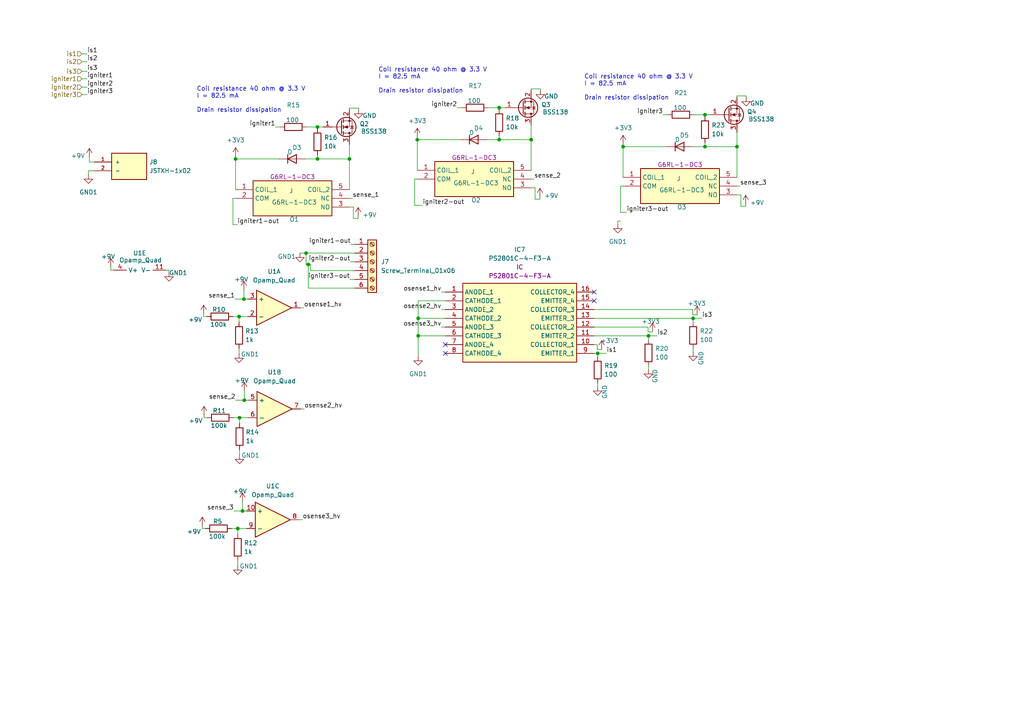
<source format=kicad_sch>
(kicad_sch (version 20211123) (generator eeschema)
  (paper "A4")
  (lib_symbols
    (symbol "Connector:Screw_Terminal_01x06" (pin_names (offset 1.016) hide)
      (property "Reference" "J" (at 0 7.62 0))
      (property "Value" "Screw_Terminal_01x06" (at 0 -10.16 0))
      (symbol "Screw_Terminal_01x06_1_1"
        (rectangle (start -1.27 6.35) (end 1.27 -8.89) (stroke (width 0.254)) (fill (type background)))
        (circle (center 0 -7.62) (radius 0.635) (stroke (width 0.1524)))
        (circle (center 0 -5.08) (radius 0.635) (stroke (width 0.1524)))
        (circle (center 0 -2.54) (radius 0.635) (stroke (width 0.1524)))
        (polyline (pts (xy -0.5334 -7.2898) (xy 0.3302 -8.128)) (stroke (width 0.1524)))
        (polyline (pts (xy -0.5334 -4.7498) (xy 0.3302 -5.588)) (stroke (width 0.1524)))
        (polyline (pts (xy -0.5334 -2.2098) (xy 0.3302 -3.048)) (stroke (width 0.1524)))
        (polyline (pts (xy -0.5334 0.3302) (xy 0.3302 -0.508)) (stroke (width 0.1524)))
        (polyline (pts (xy -0.5334 2.8702) (xy 0.3302 2.032)) (stroke (width 0.1524)))
        (polyline (pts (xy -0.5334 5.4102) (xy 0.3302 4.572)) (stroke (width 0.1524)))
        (polyline (pts (xy -0.3556 -7.112) (xy 0.508 -7.9502)) (stroke (width 0.1524)))
        (polyline (pts (xy -0.3556 -4.572) (xy 0.508 -5.4102)) (stroke (width 0.1524)))
        (polyline (pts (xy -0.3556 -2.032) (xy 0.508 -2.8702)) (stroke (width 0.1524)))
        (polyline (pts (xy -0.3556 0.508) (xy 0.508 -0.3302)) (stroke (width 0.1524)))
        (polyline (pts (xy -0.3556 3.048) (xy 0.508 2.2098)) (stroke (width 0.1524)))
        (polyline (pts (xy -0.3556 5.588) (xy 0.508 4.7498)) (stroke (width 0.1524)))
        (circle (center 0 0) (radius 0.635) (stroke (width 0.1524)))
        (circle (center 0 2.54) (radius 0.635) (stroke (width 0.1524)))
        (circle (center 0 5.08) (radius 0.635) (stroke (width 0.1524)))
        (pin passive line (at -5.08 5.08 0) (length 3.81) (name "Pin_1") (number "1"))
        (pin passive line (at -5.08 2.54 0) (length 3.81) (name "Pin_2") (number "2"))
        (pin passive line (at -5.08 0 0) (length 3.81) (name "Pin_3") (number "3"))
        (pin passive line (at -5.08 -2.54 0) (length 3.81) (name "Pin_4") (number "4"))
        (pin passive line (at -5.08 -5.08 0) (length 3.81) (name "Pin_5") (number "5"))
        (pin passive line (at -5.08 -7.62 0) (length 3.81) (name "Pin_6") (number "6"))
      )
    )
    (symbol "Device:D" (pin_numbers hide) (pin_names (offset 1.016) hide)
      (property "Reference" "D" (at 0 2.54 0))
      (property "Value" "D" (at 0 -2.54 0))
      (symbol "D_0_1"
        (polyline (pts (xy -1.27 1.27) (xy -1.27 -1.27)) (stroke (width 0.254)))
        (polyline (pts (xy 1.27 0) (xy -1.27 0)))
        (polyline (pts (xy 1.27 1.27) (xy 1.27 -1.27) (xy -1.27 0) (xy 1.27 1.27)) (stroke (width 0.254)))
      )
      (symbol "D_1_1"
        (pin passive line (at -3.81 0 0) (length 2.54) (name "K") (number "1"))
        (pin passive line (at 3.81 0 180) (length 2.54) (name "A") (number "2"))
      )
    )
    (symbol "Device:Opamp_Quad"
      (property "Reference" "U" (at 0 5.08 0))
      (property "Value" "Opamp_Quad" (at 0 -5.08 0))
      (symbol "Opamp_Quad_1_1"
        (polyline (pts (xy -5.08 5.08) (xy 5.08 0) (xy -5.08 -5.08) (xy -5.08 5.08)) (stroke (width 0.254)) (fill (type background)))
        (pin output line (at 7.62 0 180) (length 2.54) (name "~") (number "1"))
        (pin input line (at -7.62 -2.54 0) (length 2.54) (name "-") (number "2"))
        (pin input line (at -7.62 2.54 0) (length 2.54) (name "+") (number "3"))
      )
      (symbol "Opamp_Quad_2_1"
        (polyline (pts (xy -5.08 5.08) (xy 5.08 0) (xy -5.08 -5.08) (xy -5.08 5.08)) (stroke (width 0.254)) (fill (type background)))
        (pin input line (at -7.62 2.54 0) (length 2.54) (name "+") (number "5"))
        (pin input line (at -7.62 -2.54 0) (length 2.54) (name "-") (number "6"))
        (pin output line (at 7.62 0 180) (length 2.54) (name "~") (number "7"))
      )
      (symbol "Opamp_Quad_3_1"
        (polyline (pts (xy -5.08 5.08) (xy 5.08 0) (xy -5.08 -5.08) (xy -5.08 5.08)) (stroke (width 0.254)) (fill (type background)))
        (pin input line (at -7.62 2.54 0) (length 2.54) (name "+") (number "10"))
        (pin output line (at 7.62 0 180) (length 2.54) (name "~") (number "8"))
        (pin input line (at -7.62 -2.54 0) (length 2.54) (name "-") (number "9"))
      )
      (symbol "Opamp_Quad_4_1"
        (polyline (pts (xy -5.08 5.08) (xy 5.08 0) (xy -5.08 -5.08) (xy -5.08 5.08)) (stroke (width 0.254)) (fill (type background)))
        (pin input line (at -7.62 2.54 0) (length 2.54) (name "+") (number "12"))
        (pin input line (at -7.62 -2.54 0) (length 2.54) (name "-") (number "13"))
        (pin output line (at 7.62 0 180) (length 2.54) (name "~") (number "14"))
      )
      (symbol "Opamp_Quad_5_1"
        (pin power_in line (at -2.54 -7.62 90) (length 3.81) (name "V-") (number "11"))
        (pin power_in line (at -2.54 7.62 270) (length 3.81) (name "V+") (number "4"))
      )
    )
    (symbol "Device:R" (pin_numbers hide) (pin_names (offset 0))
      (property "Reference" "R" (at 2.032 0 90))
      (property "Value" "R" (at 0 0 90))
      (symbol "R_0_1"
        (rectangle (start -1.016 -2.54) (end 1.016 2.54) (stroke (width 0.254)))
      )
      (symbol "R_1_1"
        (pin passive line (at 0 3.81 270) (length 1.27) (name "~") (number "1"))
        (pin passive line (at 0 -3.81 90) (length 1.27) (name "~") (number "2"))
      )
    )
    (symbol "G6RL-1-DC3:G6RL-1-DC3"
      (property "Reference" "O1" (at 17.018 -8.636 0))
      (property "Value" "G6RL-1-DC3" (at 17.018 -3.683 0))
      (property "Reference_1" "J" (at 16.129 -0.381 0))
      (property "Value_1" "G6RL-1-DC3" (at 16.51 3.683 0))
      (symbol "G6RL-1-DC3_1_1"
        (rectangle (start 5.08 2.54) (end 27.94 -7.62) (stroke (width 0.254)) (fill (type background)))
        (pin passive line (at 0 0 0) (length 5.08) (name "COIL_1") (number "1"))
        (pin passive line (at 0 -2.54 0) (length 5.08) (name "COM") (number "2"))
        (pin passive line (at 33.02 -5.08 180) (length 5.08) (name "NO") (number "3"))
        (pin passive line (at 33.02 -2.54 180) (length 5.08) (name "NC") (number "4"))
        (pin passive line (at 33.02 0 180) (length 5.08) (name "COIL_2") (number "5"))
      )
    )
    (symbol "PS2801C-4-F3-A:PS2801C-4-F3-A"
      (property "Value" "PS2801C-4-F3-A" (at 0 0 0))
      (property "Reference_1" "IC" (at 39.37 7.62 0))
      (property "Value_1" "PS2801C-4-F3-A" (at 39.37 5.08 0))
      (symbol "PS2801C-4-F3-A_1_1"
        (rectangle (start 5.08 2.54) (end 38.1 -20.32) (stroke (width 0.254)) (fill (type background)))
        (pin passive line (at 0 0 0) (length 5.08) (name "ANODE_1") (number "1"))
        (pin passive line (at 43.18 -15.24 180) (length 5.08) (name "COLLECTOR_1") (number "10"))
        (pin passive line (at 43.18 -12.7 180) (length 5.08) (name "EMITTER_2") (number "11"))
        (pin passive line (at 43.18 -10.16 180) (length 5.08) (name "COLLECTOR_2") (number "12"))
        (pin passive line (at 43.18 -7.62 180) (length 5.08) (name "EMITTER_3") (number "13"))
        (pin passive line (at 43.18 -5.08 180) (length 5.08) (name "COLLECTOR_3") (number "14"))
        (pin passive line (at 43.18 -2.54 180) (length 5.08) (name "EMITTER_4") (number "15"))
        (pin passive line (at 43.18 0 180) (length 5.08) (name "COLLECTOR_4") (number "16"))
        (pin passive line (at 0 -2.54 0) (length 5.08) (name "CATHODE_1") (number "2"))
        (pin passive line (at 0 -5.08 0) (length 5.08) (name "ANODE_2") (number "3"))
        (pin passive line (at 0 -7.62 0) (length 5.08) (name "CATHODE_2") (number "4"))
        (pin passive line (at 0 -10.16 0) (length 5.08) (name "ANODE_3") (number "5"))
        (pin passive line (at 0 -12.7 0) (length 5.08) (name "CATHODE_3") (number "6"))
        (pin passive line (at 0 -15.24 0) (length 5.08) (name "ANODE_4") (number "7"))
        (pin passive line (at 0 -17.78 0) (length 5.08) (name "CATHODE_4") (number "8"))
        (pin passive line (at 43.18 -17.78 180) (length 5.08) (name "EMITTER_1") (number "9"))
      )
    )
    (symbol "Transistor_FET:BSS138" (pin_names hide)
      (property "Reference" "Q" (at 5.08 1.905 0))
      (property "Value" "BSS138" (at 5.08 0 0))
      (symbol "BSS138_0_1"
        (polyline (pts (xy 0.254 0) (xy -2.54 0)))
        (polyline (pts (xy 0.254 1.905) (xy 0.254 -1.905)) (stroke (width 0.254)))
        (polyline (pts (xy 0.762 -1.27) (xy 0.762 -2.286)) (stroke (width 0.254)))
        (polyline (pts (xy 0.762 0.508) (xy 0.762 -0.508)) (stroke (width 0.254)))
        (polyline (pts (xy 0.762 2.286) (xy 0.762 1.27)) (stroke (width 0.254)))
        (polyline (pts (xy 2.54 2.54) (xy 2.54 1.778)))
        (polyline (pts (xy 2.54 -2.54) (xy 2.54 0) (xy 0.762 0)))
        (polyline (pts (xy 0.762 -1.778) (xy 3.302 -1.778) (xy 3.302 1.778) (xy 0.762 1.778)))
        (polyline (pts (xy 1.016 0) (xy 2.032 0.381) (xy 2.032 -0.381) (xy 1.016 0)) (fill (type outline)))
        (polyline (pts (xy 2.794 0.508) (xy 2.921 0.381) (xy 3.683 0.381) (xy 3.81 0.254)))
        (polyline (pts (xy 3.302 0.381) (xy 2.921 -0.254) (xy 3.683 -0.254) (xy 3.302 0.381)))
        (circle (center 1.651 0) (radius 2.794) (stroke (width 0.254)))
        (circle (center 2.54 -1.778) (radius 0.254) (fill (type outline)))
        (circle (center 2.54 1.778) (radius 0.254) (fill (type outline)))
      )
      (symbol "BSS138_1_1"
        (pin input line (at -5.08 0 0) (length 2.54) (name "G") (number "1"))
        (pin passive line (at 2.54 -5.08 90) (length 2.54) (name "S") (number "2"))
        (pin passive line (at 2.54 5.08 270) (length 2.54) (name "D") (number "3"))
      )
    )
    (symbol "XT60PW-M:XT60PW-M" (pin_names (offset 1.016))
      (property "Reference" "J" (at -5.08 5.7234 0))
      (property "Value" "XT60PW-M" (at -5.08 -5.0923 0))
      (symbol "XT60PW-M_0_0"
        (rectangle (start -5.08 -2.54) (end 5.08 5.08) (stroke (width 0.254)) (fill (type background)))
        (pin passive line (at -10.16 2.54 0) (length 5.08) (name "+") (number "1"))
        (pin passive line (at -10.16 0 0) (length 5.08) (name "-") (number "2"))
      )
    )
    (symbol "power:+3V3" (power) (pin_names (offset 0))
      (property "Value" "+3V3" (at 0 3.556 0))
      (symbol "+3V3_0_1"
        (polyline (pts (xy -0.762 1.27) (xy 0 2.54)))
        (polyline (pts (xy 0 0) (xy 0 2.54)))
        (polyline (pts (xy 0 2.54) (xy 0.762 1.27)))
      )
      (symbol "+3V3_1_1"
        (pin power_in line (at 0 0 90) (length 0) hide (name "+3V3") (number "1"))
      )
    )
    (symbol "power:+9V" (power) (pin_names (offset 0))
      (property "Value" "+9V" (at 0 3.556 0))
      (symbol "+9V_0_1"
        (polyline (pts (xy -0.762 1.27) (xy 0 2.54)))
        (polyline (pts (xy 0 0) (xy 0 2.54)))
        (polyline (pts (xy 0 2.54) (xy 0.762 1.27)))
      )
      (symbol "+9V_1_1"
        (pin power_in line (at 0 0 90) (length 0) hide (name "+9V") (number "1"))
      )
    )
    (symbol "power:GND" (power) (pin_names (offset 0))
      (property "Value" "GND" (at 0 -3.81 0))
      (symbol "GND_0_1"
        (polyline (pts (xy 0 0) (xy 0 -1.27) (xy 1.27 -1.27) (xy 0 -2.54) (xy -1.27 -1.27) (xy 0 -1.27)))
      )
      (symbol "GND_1_1"
        (pin power_in line (at 0 0 270) (length 0) hide (name "GND") (number "1"))
      )
    )
    (symbol "power:GND1" (power) (pin_names (offset 0))
      (property "Value" "GND1" (at 0 -3.81 0))
      (symbol "GND1_0_1"
        (polyline (pts (xy 0 0) (xy 0 -1.27) (xy 1.27 -1.27) (xy 0 -2.54) (xy -1.27 -1.27) (xy 0 -1.27)))
      )
      (symbol "GND1_1_1"
        (pin power_in line (at 0 0 270) (length 0) hide (name "GND1") (number "1"))
      )
    )
  )
  (junction (at 144.78 40.513))
  (junction (at 101.346 46.101))
  (junction (at 68.961 153.289))
  (junction (at 173.355 102.489))
  (junction (at 69.342 91.821))
  (junction (at 92.075 36.83))
  (junction (at 70.866 116.078))
  (junction (at 69.469 121.158))
  (junction (at 180.721 42.545))
  (junction (at 121.031 40.513))
  (junction (at 188.087 97.409))
  (junction (at 204.47 33.274))
  (junction (at 204.47 42.545))
  (junction (at 70.358 148.209))
  (junction (at 88.773 73.406))
  (junction (at 201.041 92.329))
  (junction (at 68.326 46.101))
  (junction (at 70.739 86.741))
  (junction (at 92.075 46.101))
  (junction (at 154.051 40.513))
  (junction (at 121.285 92.329))
  (junction (at 144.78 31.242))
  (junction (at 213.741 42.545))
  (junction (at 121.285 97.409))
  (junction (at 89.408 76.708))
  (no_connect (at 129.159 102.489))
  (no_connect (at 172.339 87.249))
  (no_connect (at 172.339 84.709))
  (no_connect (at 129.159 99.949))
  (wire (pts (xy 101.473 81.026) (xy 102.87 81.026)))
  (wire (pts (xy 213.741 27.813) (xy 216.408 27.813)))
  (wire (pts (xy 200.914 91.313) (xy 200.914 89.789)))
  (wire (pts (xy 101.346 31.369) (xy 104.013 31.369)))
  (wire (pts (xy 144.78 31.242) (xy 146.431 31.242)))
  (wire (pts (xy 58.674 153.289) (xy 59.563 153.289)))
  (wire (pts (xy 58.674 152.527) (xy 58.674 153.289)))
  (wire (pts (xy 92.075 44.958) (xy 92.075 46.101)))
  (wire (pts (xy 102.489 63.373) (xy 103.886 63.373)))
  (wire (pts (xy 156.718 25.781) (xy 156.718 26.162)))
  (wire (pts (xy 69.469 122.809) (xy 69.469 121.158)))
  (wire (pts (xy 187.96 94.869) (xy 187.96 96.266)))
  (wire (pts (xy 180.721 41.783) (xy 180.721 42.545)))
  (wire (pts (xy 128.016 89.789) (xy 129.159 89.789)))
  (wire (pts (xy 69.342 93.472) (xy 69.342 91.821)))
  (wire (pts (xy 70.866 113.411) (xy 70.866 116.078)))
  (wire (pts (xy 89.408 76.708) (xy 88.773 76.708)))
  (wire (pts (xy 68.961 162.56) (xy 68.961 164.084)))
  (wire (pts (xy 201.041 93.472) (xy 201.041 92.329)))
  (wire (pts (xy 102.87 83.566) (xy 89.408 83.566)))
  (wire (pts (xy 214.884 56.515) (xy 214.884 59.817)))
  (wire (pts (xy 213.741 38.354) (xy 213.741 42.545)))
  (wire (pts (xy 180.721 42.545) (xy 193.294 42.545)))
  (wire (pts (xy 120.269 59.563) (xy 120.269 51.943)))
  (wire (pts (xy 101.727 70.866) (xy 102.87 70.866)))
  (wire (pts (xy 68.326 46.101) (xy 80.899 46.101)))
  (wire (pts (xy 67.564 65.151) (xy 67.564 57.531)))
  (wire (pts (xy 155.194 57.785) (xy 156.591 57.785)))
  (wire (pts (xy 68.326 116.078) (xy 70.866 116.078)))
  (wire (pts (xy 67.564 91.821) (xy 69.342 91.821)))
  (wire (pts (xy 144.78 39.37) (xy 144.78 40.513)))
  (wire (pts (xy 172.339 94.869) (xy 187.96 94.869)))
  (wire (pts (xy 23.749 22.86) (xy 25.273 22.86)))
  (wire (pts (xy 70.358 148.209) (xy 71.501 148.209)))
  (wire (pts (xy 86.741 150.749) (xy 87.757 150.749)))
  (wire (pts (xy 67.691 121.158) (xy 69.469 121.158)))
  (wire (pts (xy 179.197 65.024) (xy 179.197 64.135)))
  (wire (pts (xy 69.342 101.092) (xy 69.342 102.616)))
  (wire (pts (xy 25.908 45.593) (xy 25.908 46.99)))
  (wire (pts (xy 154.051 40.513) (xy 154.051 49.403)))
  (wire (pts (xy 48.133 78.359) (xy 49.022 78.359)))
  (wire (pts (xy 32.131 77.47) (xy 32.131 78.359)))
  (wire (pts (xy 68.199 86.741) (xy 70.739 86.741)))
  (wire (pts (xy 180.721 42.545) (xy 180.721 51.435)))
  (wire (pts (xy 67.564 65.151) (xy 68.834 65.151)))
  (wire (pts (xy 59.055 91.821) (xy 59.944 91.821)))
  (wire (pts (xy 69.342 91.821) (xy 71.882 91.821)))
  (wire (pts (xy 213.741 42.545) (xy 213.741 51.435)))
  (wire (pts (xy 154.051 51.943) (xy 154.94 51.943)))
  (wire (pts (xy 101.346 60.071) (xy 102.489 60.071)))
  (wire (pts (xy 69.469 130.429) (xy 69.469 131.953)))
  (wire (pts (xy 23.749 17.907) (xy 25.273 17.907)))
  (wire (pts (xy 214.884 59.817) (xy 216.281 59.817)))
  (wire (pts (xy 213.741 53.975) (xy 214.63 53.975)))
  (wire (pts (xy 213.741 28.194) (xy 213.741 27.813)))
  (wire (pts (xy 67.183 153.289) (xy 68.961 153.289)))
  (wire (pts (xy 179.959 61.595) (xy 179.959 53.975)))
  (wire (pts (xy 27.305 49.53) (xy 25.654 49.53)))
  (wire (pts (xy 156.591 57.15) (xy 156.591 57.785)))
  (wire (pts (xy 172.339 99.949) (xy 173.228 99.949)))
  (wire (pts (xy 204.47 41.402) (xy 204.47 42.545)))
  (wire (pts (xy 192.278 33.274) (xy 193.675 33.274)))
  (wire (pts (xy 102.489 60.071) (xy 102.489 63.373)))
  (wire (pts (xy 23.749 25.273) (xy 25.273 25.273)))
  (wire (pts (xy 68.326 45.339) (xy 68.326 46.101)))
  (wire (pts (xy 79.883 36.83) (xy 81.28 36.83)))
  (wire (pts (xy 68.961 153.289) (xy 71.501 153.289)))
  (wire (pts (xy 173.355 102.489) (xy 175.895 102.489)))
  (wire (pts (xy 204.47 42.545) (xy 213.741 42.545)))
  (wire (pts (xy 102.87 78.486) (xy 90.043 78.486)))
  (wire (pts (xy 216.281 59.182) (xy 216.281 59.817)))
  (wire (pts (xy 154.051 25.781) (xy 156.718 25.781)))
  (wire (pts (xy 59.182 120.396) (xy 59.182 121.158)))
  (wire (pts (xy 121.285 92.329) (xy 121.285 97.409)))
  (wire (pts (xy 87.249 118.618) (xy 88.265 118.618)))
  (wire (pts (xy 144.78 31.75) (xy 144.78 31.242)))
  (wire (pts (xy 92.075 37.338) (xy 92.075 36.83)))
  (wire (pts (xy 101.346 31.75) (xy 101.346 31.369)))
  (wire (pts (xy 86.995 73.406) (xy 88.773 73.406)))
  (wire (pts (xy 200.914 91.313) (xy 202.184 91.313)))
  (wire (pts (xy 70.358 145.542) (xy 70.358 148.209)))
  (wire (pts (xy 179.959 61.595) (xy 181.737 61.595)))
  (wire (pts (xy 70.866 116.078) (xy 72.009 116.078)))
  (wire (pts (xy 23.749 15.621) (xy 25.273 15.621)))
  (wire (pts (xy 132.588 31.242) (xy 133.985 31.242)))
  (wire (pts (xy 128.016 84.709) (xy 129.159 84.709)))
  (wire (pts (xy 154.051 36.322) (xy 154.051 40.513)))
  (wire (pts (xy 172.339 97.409) (xy 188.087 97.409)))
  (wire (pts (xy 172.339 92.329) (xy 201.041 92.329)))
  (wire (pts (xy 204.47 33.274) (xy 206.121 33.274)))
  (wire (pts (xy 92.075 36.83) (xy 93.726 36.83)))
  (wire (pts (xy 141.605 31.242) (xy 144.78 31.242)))
  (wire (pts (xy 201.041 101.092) (xy 201.041 102.108)))
  (wire (pts (xy 101.346 41.91) (xy 101.346 46.101)))
  (wire (pts (xy 120.269 51.943) (xy 121.031 51.943)))
  (wire (pts (xy 49.022 78.359) (xy 49.022 78.994)))
  (wire (pts (xy 121.285 92.329) (xy 129.159 92.329)))
  (wire (pts (xy 69.469 121.158) (xy 72.009 121.158)))
  (wire (pts (xy 88.9 36.83) (xy 92.075 36.83)))
  (wire (pts (xy 141.224 40.513) (xy 144.78 40.513)))
  (wire (pts (xy 90.043 78.486) (xy 90.043 76.708)))
  (wire (pts (xy 59.055 91.059) (xy 59.055 91.821)))
  (wire (pts (xy 213.741 56.515) (xy 214.884 56.515)))
  (wire (pts (xy 67.564 57.531) (xy 68.326 57.531)))
  (wire (pts (xy 90.043 76.708) (xy 89.408 76.708)))
  (wire (pts (xy 70.739 84.074) (xy 70.739 86.741)))
  (wire (pts (xy 188.087 106.172) (xy 188.087 107.188)))
  (wire (pts (xy 201.041 92.329) (xy 203.581 92.329)))
  (wire (pts (xy 101.346 46.101) (xy 101.346 54.991)))
  (wire (pts (xy 67.818 148.209) (xy 70.358 148.209)))
  (wire (pts (xy 103.886 62.738) (xy 103.886 63.373)))
  (wire (pts (xy 121.031 40.513) (xy 121.031 49.403)))
  (wire (pts (xy 104.013 31.369) (xy 104.013 31.75)))
  (wire (pts (xy 188.087 97.409) (xy 190.627 97.409)))
  (wire (pts (xy 68.326 46.101) (xy 68.326 54.991)))
  (wire (pts (xy 204.47 33.782) (xy 204.47 33.274)))
  (wire (pts (xy 25.654 49.53) (xy 25.654 50.673)))
  (wire (pts (xy 101.346 57.531) (xy 102.235 57.531)))
  (wire (pts (xy 129.159 87.249) (xy 121.285 87.249)))
  (wire (pts (xy 89.408 76.708) (xy 89.408 83.566)))
  (wire (pts (xy 23.749 20.701) (xy 25.273 20.701)))
  (wire (pts (xy 128.016 94.869) (xy 129.159 94.869)))
  (wire (pts (xy 201.295 33.274) (xy 204.47 33.274)))
  (wire (pts (xy 59.182 121.158) (xy 60.071 121.158)))
  (wire (pts (xy 173.355 102.489) (xy 173.355 103.505)))
  (wire (pts (xy 101.6 75.946) (xy 102.87 75.946)))
  (wire (pts (xy 187.96 96.266) (xy 189.23 96.266)))
  (wire (pts (xy 121.285 97.409) (xy 121.285 103.378)))
  (wire (pts (xy 88.519 46.101) (xy 92.075 46.101)))
  (wire (pts (xy 173.228 101.346) (xy 174.498 101.346)))
  (wire (pts (xy 25.908 46.99) (xy 27.305 46.99)))
  (wire (pts (xy 179.197 64.135) (xy 179.959 64.135)))
  (wire (pts (xy 216.408 27.813) (xy 216.408 28.194)))
  (wire (pts (xy 68.961 154.94) (xy 68.961 153.289)))
  (wire (pts (xy 188.087 97.409) (xy 188.087 98.552)))
  (wire (pts (xy 23.749 27.432) (xy 25.273 27.432)))
  (wire (pts (xy 121.031 40.513) (xy 133.604 40.513)))
  (wire (pts (xy 154.051 26.162) (xy 154.051 25.781)))
  (wire (pts (xy 121.031 39.751) (xy 121.031 40.513)))
  (wire (pts (xy 200.914 42.545) (xy 204.47 42.545)))
  (wire (pts (xy 172.339 89.789) (xy 200.914 89.789)))
  (wire (pts (xy 120.269 59.563) (xy 122.555 59.563)))
  (wire (pts (xy 92.075 46.101) (xy 101.346 46.101)))
  (wire (pts (xy 121.285 87.249) (xy 121.285 92.329)))
  (wire (pts (xy 87.122 89.281) (xy 88.138 89.281)))
  (wire (pts (xy 32.131 78.359) (xy 32.893 78.359)))
  (wire (pts (xy 121.285 97.409) (xy 129.159 97.409)))
  (wire (pts (xy 88.773 76.708) (xy 88.773 73.406)))
  (wire (pts (xy 70.739 86.741) (xy 71.882 86.741)))
  (wire (pts (xy 173.355 111.125) (xy 173.355 112.141)))
  (wire (pts (xy 179.959 53.975) (xy 180.721 53.975)))
  (wire (pts (xy 144.78 40.513) (xy 154.051 40.513)))
  (wire (pts (xy 88.773 73.406) (xy 102.87 73.406)))
  (wire (pts (xy 173.228 99.949) (xy 173.228 101.346)))
  (wire (pts (xy 172.339 102.489) (xy 173.355 102.489)))
  (wire (pts (xy 155.194 54.483) (xy 155.194 57.785)))
  (wire (pts (xy 154.051 54.483) (xy 155.194 54.483)))
  (text "Coil resistance 40 ohm @ 3.3 V\nI = 82.5 mA\n\nDrain resistor dissipation " (at 109.728 27.178 0) (effects (font (size 1.27 1.27)) (justify left bottom)))
  (text "Coil resistance 40 ohm @ 3.3 V\nI = 82.5 mA\n\nDrain resistor dissipation " (at 57.023 32.766 0) (effects (font (size 1.27 1.27)) (justify left bottom)))
  (text "Coil resistance 40 ohm @ 3.3 V\nI = 82.5 mA\n\nDrain resistor dissipation " (at 169.418 29.21 0) (effects (font (size 1.27 1.27)) (justify left bottom)))
  (label "is2" (at 190.627 97.409 0))
  (label "igniter2-out" (at 122.555 59.563 0))
  (label "igniter1-out" (at 101.727 70.866 180))
  (label "is1" (at 175.895 102.489 0))
  (label "igniter3" (at 192.278 33.274 180))
  (label "igniter3" (at 25.273 27.432 0))
  (label "osense1_hv" (at 88.138 89.281 0))
  (label "sense_1" (at 68.199 86.741 180))
  (label "is2" (at 25.273 17.907 0))
  (label "osense2_hv" (at 88.265 118.618 0))
  (label "sense_2" (at 68.326 116.078 180))
  (label "igniter1" (at 25.273 22.86 0))
  (label "igniter2" (at 25.273 25.273 0))
  (label "osense3_hv" (at 128.016 94.869 180))
  (label "igniter3-out" (at 181.737 61.595 0))
  (label "osense3_hv" (at 87.757 150.749 0))
  (label "igniter2-out" (at 101.6 75.946 180))
  (label "sense_3" (at 67.818 148.209 180))
  (label "igniter1" (at 79.883 36.83 180))
  (label "igniter3-out" (at 101.473 81.026 180))
  (label "sense_3" (at 214.63 53.975 0))
  (label "sense_2" (at 154.94 51.943 0))
  (label "igniter1-out" (at 68.834 65.151 0))
  (label "osense2_hv" (at 128.016 89.789 180))
  (label "sense_1" (at 102.235 57.531 0))
  (label "is3" (at 25.273 20.701 0))
  (label "is3" (at 203.581 92.329 0))
  (label "osense1_hv" (at 128.016 84.709 180))
  (label "igniter2" (at 132.588 31.242 180))
  (label "is1" (at 25.273 15.621 0))
  (hierarchical_label "igniter1" (shape input) (at 23.749 22.86 180))
  (hierarchical_label "is2" (shape input) (at 23.749 17.907 180))
  (hierarchical_label "igniter3" (shape input) (at 23.749 27.432 180))
  (hierarchical_label "is3" (shape input) (at 23.749 20.701 180))
  (hierarchical_label "igniter2" (shape input) (at 23.749 25.273 180))
  (hierarchical_label "is1" (shape input) (at 23.749 15.621 180))
  (symbol (lib_id "power:+3V3") (at 174.498 101.346 0) (unit 1)
    (property "Reference" "#PWR062" (effects hide))
    (property "Value" "+3V3" (at 176.784 98.806 0))
  )
  (symbol (lib_id "power:+9V") (at 59.055 91.059 0) (unit 1)
    (property "Reference" "#PWR020" (effects hide))
    (property "Value" "+9V" (at 56.642 92.71 0))
  )
  (symbol (lib_id "power:GND1") (at 86.995 73.406 0) (mirror y) (unit 1)
    (property "Reference" "#PWR0111" (effects hide))
    (property "Value" "GND1" (at 83.185 74.422 0))
  )
  (symbol (lib_id "Device:R") (at 201.041 97.282 0) (unit 1)
    (property "Reference" "R22" (at 202.946 96.0119 0) (effects (justify left)))
    (property "Value" "100" (at 202.946 98.5519 0) (effects (justify left)))
    (property "Footprint" "Resistor_SMD:R_0603_1608Metric" (effects hide))
  )
  (symbol (lib_id "Device:R") (at 92.075 41.148 0) (mirror y) (unit 1)
    (property "Reference" "R16" (at 93.98 39.8779 0) (effects (justify right)))
    (property "Value" "10k" (at 93.98 42.4179 0) (effects (justify right)))
    (property "Footprint" "Resistor_SMD:R_0603_1608Metric" (effects hide))
  )
  (symbol (lib_id "Device:R") (at 137.795 31.242 90) (unit 1)
    (property "Reference" "R17" (at 137.795 24.892 90))
    (property "Value" "100" (at 137.541 29.21 90))
    (property "Footprint" "Resistor_SMD:R_0603_1608Metric" (effects hide))
  )
  (symbol (lib_id "power:GND") (at 216.408 28.194 0) (unit 1)
    (property "Reference" "#PWR070" (effects hide))
    (property "Value" "GND" (at 219.583 29.972 0))
  )
  (symbol (lib_id "power:GND1") (at 121.285 103.378 0) (mirror y) (unit 1)
    (property "Reference" "#PWR058" (effects hide))
    (property "Value" "GND1" (at 121.285 108.458 0))
  )
  (symbol (lib_id "power:+9V") (at 59.182 120.396 0) (unit 1)
    (property "Reference" "#PWR037" (effects hide))
    (property "Value" "+9V" (at 56.769 122.047 0))
  )
  (symbol (lib_id "G6RL-1-DC3:G6RL-1-DC3") (at 180.721 51.435 0) (unit 1)
    (property "Reference" "O3" (at 197.739 60.071 0))
    (property "Value" "G6RL-1-DC3" (at 197.739 55.118 0))
    (property "Footprint" "Footprint:G6RL1DC5" (effects hide))
    (property "Reference_1" "J" (at 196.85 51.816 0))
    (property "Value_1" "G6RL-1-DC3" (at 197.231 47.752 0))
    (property "Footprint_1" "G6RL1DC5" (effects hide))
    (property "Datasheet_1" "https://componentsearchengine.com/Datasheets/1/G6RL-1 DC5.pdf" (effects hide))
    (property "Height" "12.3" (effects hide))
    (property "Manufacturer_Name" "Omron Electronics" (effects hide))
    (property "Manufacturer_Part_Number" "G6RL-1-DC3" (effects hide))
    (property "Mouser Part Number" "653-G6RL-1-DC3" (effects hide))
    (property "Mouser Price/Stock" "https://www.mouser.co.uk/ProductDetail/Omron-Electronics/G6RL-1-DC3?qs=ZD3%252BwFPSULwYVKSlTQSSGg%3D%3D" (effects hide))
  )
  (symbol (lib_id "Transistor_FET:BSS138") (at 211.201 33.274 0) (mirror x) (unit 1)
    (property "Reference" "Q4" (at 216.662 32.385 0) (effects (justify left)))
    (property "Value" "BSS138" (at 217.043 34.5439 0) (effects (justify left)))
    (property "Footprint" "Package_TO_SOT_SMD:SOT-23" (effects hide))
    (property "Datasheet" "https://www.onsemi.com/pub/Collateral/BSS138-D.PDF" (effects hide))
  )
  (symbol (lib_id "Device:R") (at 68.961 158.75 0) (unit 1)
    (property "Reference" "R12" (at 70.739 157.4799 0) (effects (justify left)))
    (property "Value" "1k" (at 70.739 160.0199 0) (effects (justify left)))
    (property "Footprint" "Resistor_SMD:R_0603_1608Metric" (effects hide))
  )
  (symbol (lib_id "power:+3V3") (at 121.031 39.751 0) (mirror y) (unit 1)
    (property "Reference" "#PWR057" (effects hide))
    (property "Value" "+3V3" (at 121.031 35.052 0))
  )
  (symbol (lib_id "G6RL-1-DC3:G6RL-1-DC3") (at 68.326 54.991 0) (unit 1)
    (property "Reference" "O1" (at 85.344 63.627 0))
    (property "Value" "G6RL-1-DC3" (at 85.344 58.674 0))
    (property "Footprint" "Footprint:G6RL1DC5" (effects hide))
    (property "Reference_1" "J" (at 84.455 55.372 0))
    (property "Value_1" "G6RL-1-DC3" (at 84.836 51.308 0))
    (property "Footprint_1" "G6RL1DC5" (effects hide))
    (property "Datasheet_1" "https://componentsearchengine.com/Datasheets/1/G6RL-1 DC5.pdf" (effects hide))
    (property "Height" "12.3" (effects hide))
    (property "Manufacturer_Name" "Omron Electronics" (effects hide))
    (property "Manufacturer_Part_Number" "G6RL-1-DC3" (effects hide))
    (property "Mouser Part Number" "653-G6RL-1-DC3" (effects hide))
    (property "Mouser Price/Stock" "https://www.mouser.co.uk/ProductDetail/Omron-Electronics/G6RL-1-DC3?qs=ZD3%252BwFPSULwYVKSlTQSSGg%3D%3D" (effects hide))
  )
  (symbol (lib_id "power:+9V") (at 58.674 152.527 0) (unit 1)
    (property "Reference" "#PWR010" (effects hide))
    (property "Value" "+9V" (at 56.261 154.178 0))
  )
  (symbol (lib_id "power:+9V") (at 70.739 84.074 0) (unit 1)
    (property "Reference" "#PWR052" (effects hide))
    (property "Value" "+9V" (at 69.977 81.026 0))
  )
  (symbol (lib_id "Device:R") (at 173.355 107.315 0) (unit 1)
    (property "Reference" "R19" (at 175.26 106.0449 0) (effects (justify left)))
    (property "Value" "100" (at 175.26 108.5849 0) (effects (justify left)))
    (property "Footprint" "Resistor_SMD:R_0603_1608Metric" (effects hide))
  )
  (symbol (lib_id "Device:R") (at 144.78 35.56 0) (mirror y) (unit 1)
    (property "Reference" "R18" (at 146.685 34.2899 0) (effects (justify right)))
    (property "Value" "10k" (at 146.685 36.8299 0) (effects (justify right)))
    (property "Footprint" "Resistor_SMD:R_0603_1608Metric" (effects hide))
  )
  (symbol (lib_id "power:GND") (at 173.355 112.141 0) (unit 1)
    (property "Reference" "#PWR061" (effects hide))
    (property "Value" "GND" (at 175.387 113.665 90))
  )
  (symbol (lib_id "XT60PW-M:XT60PW-M") (at 37.465 49.53 0) (unit 1)
    (property "Reference" "J8" (at 43.307 46.9899 0) (effects (justify left)))
    (property "Value" "JSTXH-1x02" (at 43.307 49.5299 0) (effects (justify left)))
    (property "Footprint" "Connector_JST:JST_XH_B2B-XH-AM_1x02_P2.50mm_Vertical" (effects hide))
    (property "STANDARD" "Manufacturer recommendations" (effects hide))
    (property "MAXIMUM_PACKAGE_HEIGHT" "8.4 mm" (effects hide))
    (property "MANUFACTURER" "AMASS" (effects hide))
    (property "PARTREV" "V1.2" (effects hide))
  )
  (symbol (lib_id "power:+9V") (at 70.866 113.411 0) (unit 1)
    (property "Reference" "#PWR053" (effects hide))
    (property "Value" "+9V" (at 70.104 110.363 0))
  )
  (symbol (lib_id "power:GND") (at 156.718 26.162 0) (unit 1)
    (property "Reference" "#PWR060" (effects hide))
    (property "Value" "GND" (at 159.893 27.94 0))
  )
  (symbol (lib_id "power:GND1") (at 25.654 50.673 0) (unit 1)
    (property "Reference" "#PWR072" (effects hide))
    (property "Value" "GND1" (at 25.654 55.753 0))
  )
  (symbol (lib_id "power:+9V") (at 156.591 57.15 0) (unit 1)
    (property "Reference" "#PWR059" (effects hide))
    (property "Value" "+9V" (at 159.893 56.769 0))
  )
  (symbol (lib_id "Device:R") (at 69.469 126.619 0) (unit 1)
    (property "Reference" "R14" (at 71.247 125.3489 0) (effects (justify left)))
    (property "Value" "1k" (at 71.247 127.8889 0) (effects (justify left)))
    (property "Footprint" "Resistor_SMD:R_0603_1608Metric" (effects hide))
  )
  (symbol (lib_id "Device:R") (at 63.754 91.821 90) (unit 1)
    (property "Reference" "R10" (at 63.5 89.789 90))
    (property "Value" "100k" (at 63.373 94.107 90))
    (property "Footprint" "Resistor_SMD:R_0603_1608Metric" (effects hide))
  )
  (symbol (lib_id "power:GND1") (at 68.961 164.084 0) (mirror y) (unit 1)
    (property "Reference" "#PWR048" (effects hide))
    (property "Value" "GND1" (at 72.136 164.211 0))
  )
  (symbol (lib_id "Device:Opamp_Quad") (at 40.513 75.819 90) (unit 5)
    (property "Reference" "U1" (at 40.513 73.406 90))
    (property "Value" "Opamp_Quad" (at 40.767 75.438 90))
    (property "Footprint" "Attiny414:SOIC127P600X175-14N" (effects hide))
  )
  (symbol (lib_id "power:+9V") (at 216.281 59.182 0) (unit 1)
    (property "Reference" "#PWR069" (effects hide))
    (property "Value" "+9V" (at 219.583 58.801 0))
  )
  (symbol (lib_id "power:GND1") (at 49.022 78.994 0) (mirror y) (unit 1)
    (property "Reference" "#PWR09" (effects hide))
    (property "Value" "GND1" (at 51.689 79.121 0))
  )
  (symbol (lib_id "Device:R") (at 188.087 102.362 0) (unit 1)
    (property "Reference" "R20" (at 189.992 101.0919 0) (effects (justify left)))
    (property "Value" "100" (at 189.992 103.6319 0) (effects (justify left)))
    (property "Footprint" "Resistor_SMD:R_0603_1608Metric" (effects hide))
  )
  (symbol (lib_id "power:+9V") (at 70.358 145.542 0) (unit 1)
    (property "Reference" "#PWR051" (effects hide))
    (property "Value" "+9V" (at 69.596 142.494 0))
  )
  (symbol (lib_id "power:GND1") (at 69.469 131.953 0) (mirror y) (unit 1)
    (property "Reference" "#PWR050" (effects hide))
    (property "Value" "GND1" (at 72.644 132.08 0))
  )
  (symbol (lib_id "power:+9V") (at 32.131 77.47 0) (unit 1)
    (property "Reference" "#PWR02" (effects hide))
    (property "Value" "+9V" (at 31.369 74.422 0))
  )
  (symbol (lib_id "G6RL-1-DC3:G6RL-1-DC3") (at 121.031 49.403 0) (unit 1)
    (property "Reference" "O2" (at 138.049 58.039 0))
    (property "Value" "G6RL-1-DC3" (at 138.049 53.086 0))
    (property "Footprint" "Footprint:G6RL1DC5" (effects hide))
    (property "Reference_1" "J" (at 137.16 49.784 0))
    (property "Value_1" "G6RL-1-DC3" (at 137.541 45.72 0))
    (property "Footprint_1" "G6RL1DC5" (effects hide))
    (property "Datasheet_1" "https://componentsearchengine.com/Datasheets/1/G6RL-1 DC5.pdf" (effects hide))
    (property "Height" "12.3" (effects hide))
    (property "Manufacturer_Name" "Omron Electronics" (effects hide))
    (property "Manufacturer_Part_Number" "G6RL-1-DC3" (effects hide))
    (property "Mouser Part Number" "653-G6RL-1-DC3" (effects hide))
    (property "Mouser Price/Stock" "https://www.mouser.co.uk/ProductDetail/Omron-Electronics/G6RL-1-DC3?qs=ZD3%252BwFPSULwYVKSlTQSSGg%3D%3D" (effects hide))
  )
  (symbol (lib_id "power:GND") (at 104.013 31.75 0) (unit 1)
    (property "Reference" "#PWR055" (effects hide))
    (property "Value" "GND" (at 107.188 33.528 0))
  )
  (symbol (lib_id "power:+3V3") (at 202.184 91.313 0) (unit 1)
    (property "Reference" "#PWR068" (effects hide))
    (property "Value" "+3V3" (at 202.057 88.011 0))
  )
  (symbol (lib_id "power:+3V3") (at 68.326 45.339 0) (mirror y) (unit 1)
    (property "Reference" "#PWR047" (effects hide))
    (property "Value" "+3V3" (at 68.326 40.64 0))
  )
  (symbol (lib_id "Device:R") (at 63.373 153.289 90) (unit 1)
    (property "Reference" "R5" (at 63.119 151.257 90))
    (property "Value" "100k" (at 62.992 155.575 90))
    (property "Footprint" "Resistor_SMD:R_0603_1608Metric" (effects hide))
  )
  (symbol (lib_id "Device:D") (at 197.104 42.545 0) (unit 1)
    (property "Reference" "D5" (at 198.501 39.243 0))
    (property "Value" "D" (at 196.469 40.513 0))
    (property "Footprint" "Package_TO_SOT_SMD:TSOT-23" (effects hide))
  )
  (symbol (lib_id "Device:Opamp_Quad") (at 79.502 89.281 0) (unit 1)
    (property "Reference" "U1" (at 79.502 78.74 0))
    (property "Value" "Opamp_Quad" (at 79.502 81.28 0))
    (property "Footprint" "Attiny414:SOIC127P600X175-14N" (effects hide))
  )
  (symbol (lib_id "power:GND1") (at 179.197 65.024 0) (mirror y) (unit 1)
    (property "Reference" "#PWR063" (effects hide))
    (property "Value" "GND1" (at 179.197 70.104 0))
  )
  (symbol (lib_id "PS2801C-4-F3-A:PS2801C-4-F3-A") (at 129.159 84.709 0) (unit 1)
    (property "Reference" "IC7" (at 150.749 72.39 0))
    (property "Value" "PS2801C-4-F3-A" (at 150.749 74.93 0))
    (property "Footprint" "Footprint:SOIC127P700X230-16N" (effects hide))
    (property "Reference_1" "IC" (at 150.749 77.47 0))
    (property "Value_1" "PS2801C-4-F3-A" (at 150.749 80.01 0))
    (property "Footprint_1" "SOIC127P700X230-16N" (effects hide))
    (property "Datasheet_1" "https://datasheet.datasheetarchive.com/originals/distributors/Datasheets-DGA15/788901.pdf" (effects hide))
    (property "Height" "2.3" (effects hide))
    (property "Manufacturer_Name" "Renesas Electronics" (effects hide))
    (property "Manufacturer_Part_Number" "PS2801C-4-F3-A" (effects hide))
    (property "Mouser Part Number" "968-PS2801C-4-F3-A" (effects hide))
    (property "Mouser Price/Stock" "https://www.mouser.co.uk/ProductDetail/Renesas-Electronics/PS2801C-4-F3-A?qs=byeeYqUIh0N4BPsdNR5e7Q%3D%3D" (effects hide))
    (property "Arrow Part Number" "PS2801C-4-F3-A" (effects hide))
    (property "Arrow Price/Stock" "https://www.arrow.com/en/products/ps2801c-4-f3-a/renesas-electronics" (effects hide))
  )
  (symbol (lib_id "Connector:Screw_Terminal_01x06") (at 107.95 75.946 0) (unit 1)
    (property "Reference" "J7" (at 110.49 75.9459 0) (effects (justify left)))
    (property "Value" "Screw_Terminal_01x06" (at 110.49 78.4859 0) (effects (justify left)))
    (property "Footprint" "TerminalBlock:TerminalBlock_bornier-6_P5.08mm" (effects hide))
  )
  (symbol (lib_id "Device:R") (at 204.47 37.592 0) (mirror y) (unit 1)
    (property "Reference" "R23" (at 206.375 36.3219 0) (effects (justify right)))
    (property "Value" "10k" (at 206.375 38.8619 0) (effects (justify right)))
    (property "Footprint" "Resistor_SMD:R_0603_1608Metric" (effects hide))
  )
  (symbol (lib_id "Device:R") (at 69.342 97.282 0) (unit 1)
    (property "Reference" "R13" (at 71.12 96.0119 0) (effects (justify left)))
    (property "Value" "1k" (at 71.12 98.5519 0) (effects (justify left)))
    (property "Footprint" "Resistor_SMD:R_0603_1608Metric" (effects hide))
  )
  (symbol (lib_id "power:GND") (at 201.041 102.108 0) (unit 1)
    (property "Reference" "#PWR067" (effects hide))
    (property "Value" "GND" (at 203.327 103.886 90))
  )
  (symbol (lib_id "power:+3V3") (at 180.721 41.783 0) (mirror y) (unit 1)
    (property "Reference" "#PWR064" (effects hide))
    (property "Value" "+3V3" (at 180.721 37.084 0))
  )
  (symbol (lib_id "Device:R") (at 85.09 36.83 90) (unit 1)
    (property "Reference" "R15" (at 85.09 30.48 90))
    (property "Value" "100" (at 84.836 34.798 90))
    (property "Footprint" "Resistor_SMD:R_0603_1608Metric" (effects hide))
  )
  (symbol (lib_id "Device:Opamp_Quad") (at 79.121 150.749 0) (unit 3)
    (property "Reference" "U1" (at 79.121 140.97 0))
    (property "Value" "Opamp_Quad" (at 79.121 143.51 0))
    (property "Footprint" "Attiny414:SOIC127P600X175-14N" (effects hide))
  )
  (symbol (lib_id "power:+9V") (at 25.908 45.593 0) (mirror y) (unit 1)
    (property "Reference" "#PWR071" (effects hide))
    (property "Value" "+9V" (at 22.606 45.212 0))
  )
  (symbol (lib_id "power:+9V") (at 103.886 62.738 0) (unit 1)
    (property "Reference" "#PWR054" (effects hide))
    (property "Value" "+9V" (at 107.188 62.357 0))
  )
  (symbol (lib_id "Device:D") (at 84.709 46.101 0) (unit 1)
    (property "Reference" "D3" (at 86.106 42.799 0))
    (property "Value" "D" (at 84.074 44.069 0))
    (property "Footprint" "Package_TO_SOT_SMD:TSOT-23" (effects hide))
  )
  (symbol (lib_id "Device:D") (at 137.414 40.513 0) (unit 1)
    (property "Reference" "D4" (at 138.811 37.211 0))
    (property "Value" "D" (at 136.779 38.481 0))
    (property "Footprint" "Package_TO_SOT_SMD:TSOT-23" (effects hide))
  )
  (symbol (lib_id "power:+3V3") (at 189.23 96.266 0) (unit 1)
    (property "Reference" "#PWR066" (effects hide))
    (property "Value" "+3V3" (at 188.722 93.218 0))
  )
  (symbol (lib_id "power:GND") (at 188.087 107.188 0) (unit 1)
    (property "Reference" "#PWR065" (effects hide))
    (property "Value" "GND" (at 189.992 109.093 90))
  )
  (symbol (lib_id "power:GND1") (at 69.342 102.616 0) (mirror y) (unit 1)
    (property "Reference" "#PWR049" (effects hide))
    (property "Value" "GND1" (at 72.517 102.743 0))
  )
  (symbol (lib_id "Device:R") (at 63.881 121.158 90) (unit 1)
    (property "Reference" "R11" (at 63.627 119.126 90))
    (property "Value" "100k" (at 63.5 123.444 90))
    (property "Footprint" "Resistor_SMD:R_0603_1608Metric" (effects hide))
  )
  (symbol (lib_id "Transistor_FET:BSS138") (at 98.806 36.83 0) (mirror x) (unit 1)
    (property "Reference" "Q2" (at 104.267 35.941 0) (effects (justify left)))
    (property "Value" "BSS138" (at 104.648 38.0999 0) (effects (justify left)))
    (property "Footprint" "Package_TO_SOT_SMD:SOT-23" (effects hide))
    (property "Datasheet" "https://www.onsemi.com/pub/Collateral/BSS138-D.PDF" (effects hide))
  )
  (symbol (lib_id "Transistor_FET:BSS138") (at 151.511 31.242 0) (mirror x) (unit 1)
    (property "Reference" "Q3" (at 156.972 30.353 0) (effects (justify left)))
    (property "Value" "BSS138" (at 157.353 32.5119 0) (effects (justify left)))
    (property "Footprint" "Package_TO_SOT_SMD:SOT-23" (effects hide))
    (property "Datasheet" "https://www.onsemi.com/pub/Collateral/BSS138-D.PDF" (effects hide))
  )
  (symbol (lib_id "Device:R") (at 197.485 33.274 90) (unit 1)
    (property "Reference" "R21" (at 197.485 26.924 90))
    (property "Value" "100" (at 197.231 31.242 90))
    (property "Footprint" "Resistor_SMD:R_0603_1608Metric" (effects hide))
  )
  (symbol (lib_id "Device:Opamp_Quad") (at 79.629 118.618 0) (unit 2)
    (property "Reference" "U1" (at 79.629 107.95 0))
    (property "Value" "Opamp_Quad" (at 79.629 110.49 0))
    (property "Footprint" "Attiny414:SOIC127P600X175-14N" (effects hide))
  )
)
</source>
